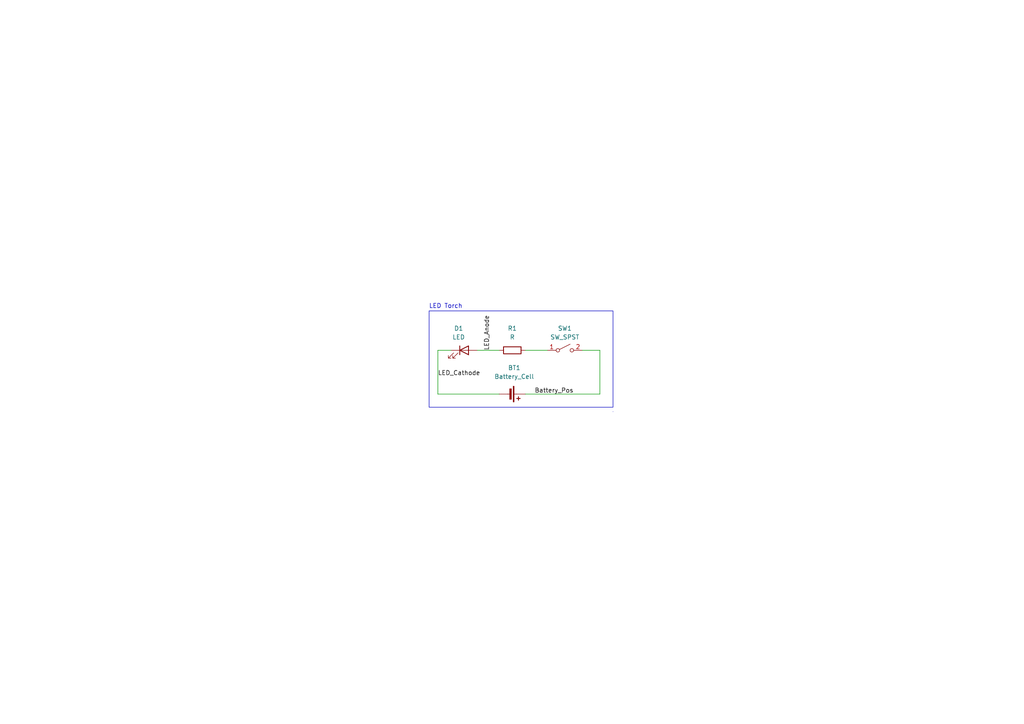
<source format=kicad_sch>
(kicad_sch (version 20250114) (generator "eeschema") (generator_version "9.0")
  (paper "A4")
  (title_block (title "LED Torch Kicad Tutorial") (date "2025-02-17") (rev "0") (comment 1 "Project 0") (comment 2 "Mar"))
  (lib_symbols
    (symbol "Device:Battery_Cell" (pin_numbers (hide yes)) (pin_names (offset 0) (hide yes))
      (property "Reference" "BT" (at 2.54 2.54 0))
      (property "Value" "Battery_Cell" (at 2.54 0 0))
      (symbol "Battery_Cell_0_1"
        (rectangle (start -2.286 1.778) (end 2.286 1.524) (fill (type outline)))
        (rectangle (start -1.524 1.016) (end 1.524 0.508) (fill (type outline)))
        (polyline (pts (xy 0 1.778) (xy 0 2.54)))
        (polyline (pts (xy 0 0.762) (xy 0 0)))
        (polyline (pts (xy 0.762 3.048) (xy 1.778 3.048)) (stroke (width 0.254)))
        (polyline (pts (xy 1.27 3.556) (xy 1.27 2.54)) (stroke (width 0.254)))
      )
      (symbol "Battery_Cell_1_1"
        (pin passive line (at 0 5.08 270) (length 2.54) (name "+") (number "1"))
        (pin passive line (at 0 -2.54 90) (length 2.54) (name "-") (number "2"))
      )
    )
    (symbol "Device:LED" (pin_numbers (hide yes)) (pin_names (offset 1.016) (hide yes))
      (property "Reference" "D" (at 0 2.54 0))
      (property "Value" "LED" (at 0 -2.54 0))
      (symbol "LED_0_1"
        (polyline (pts (xy -3.048 -0.762) (xy -4.572 -2.286) (xy -3.81 -2.286) (xy -4.572 -2.286) (xy -4.572 -1.524)))
        (polyline (pts (xy -1.778 -0.762) (xy -3.302 -2.286) (xy -2.54 -2.286) (xy -3.302 -2.286) (xy -3.302 -1.524)))
        (polyline (pts (xy -1.27 0) (xy 1.27 0)))
        (polyline (pts (xy -1.27 -1.27) (xy -1.27 1.27)) (stroke (width 0.254)))
        (polyline (pts (xy 1.27 -1.27) (xy 1.27 1.27) (xy -1.27 0) (xy 1.27 -1.27)) (stroke (width 0.254)))
      )
      (symbol "LED_1_1"
        (pin passive line (at -3.81 0 0) (length 2.54) (name "K") (number "1"))
        (pin passive line (at 3.81 0 180) (length 2.54) (name "A") (number "2"))
      )
    )
    (symbol "Device:R" (pin_numbers (hide yes)) (pin_names (offset 0))
      (property "Reference" "R" (at 2.032 0 90))
      (property "Value" "R" (at 0 0 90))
      (symbol "R_0_1"
        (rectangle (start -1.016 -2.54) (end 1.016 2.54) (stroke (width 0.254)))
      )
      (symbol "R_1_1"
        (pin passive line (at 0 3.81 270) (length 1.27) (name "~") (number "1"))
        (pin passive line (at 0 -3.81 90) (length 1.27) (name "~") (number "2"))
      )
    )
    (symbol "Switch:SW_SPST" (pin_names (offset 0) (hide yes))
      (property "Reference" "SW" (at 0 3.175 0))
      (property "Value" "SW_SPST" (at 0 -2.54 0))
      (symbol "SW_SPST_0_0"
        (circle (center -2.032 0) (radius 0.508))
        (polyline (pts (xy -1.524 0.254) (xy 1.524 1.778)))
        (circle (center 2.032 0) (radius 0.508))
      )
      (symbol "SW_SPST_1_1"
        (pin passive line (at -5.08 0 0) (length 2.54) (name "A") (number "1"))
        (pin passive line (at 5.08 0 180) (length 2.54) (name "B") (number "2"))
      )
    )
  )
  (rectangle (start 124.46 90.17) (end 177.8 118.11))
  (rectangle (start 177.8 119.38) (end 177.8 119.38))
  (text "LED Torch" (at 129.286 88.9 0) (effects (font (size 1.27 1.27))))
  (wire (pts (xy 168.91 101.6) (xy 173.99 101.6)))
  (wire (pts (xy 173.99 114.3) (xy 173.99 101.6)))
  (wire (pts (xy 152.4 101.6) (xy 158.75 101.6)))
  (wire (pts (xy 127 101.6) (xy 127 114.3)))
  (wire (pts (xy 138.43 101.6) (xy 144.78 101.6)))
  (wire (pts (xy 127 114.3) (xy 144.78 114.3)))
  (wire (pts (xy 152.4 114.3) (xy 173.99 114.3)))
  (wire (pts (xy 130.81 101.6) (xy 127 101.6)))
  (label "LED_Anode" (at 142.24 101.6 90))
  (label "LED_Cathode" (at 127 109.22 0))
  (label "Battery_Pos" (at 166.37 114.3 180))
  (symbol (lib_id "Switch:SW_SPST") (at 163.83 101.6 0) (unit 1)
    (property "Reference" "SW1" (at 163.83 95.25 0))
    (property "Value" "SW_SPST" (at 163.83 97.79 0))
    (property "Footprint" "Button_Switch_THT:SW_B3F-1000" (effects (hide yes)))
    (property "Description" "Single Pole Single Throw (SPST) switch" (effects (hide yes)))
  )
  (symbol (lib_id "Device:Battery_Cell") (at 147.32 114.3 270) (unit 1)
    (property "Reference" "BT1" (at 149.1615 106.68 90))
    (property "Value" "Battery_Cell" (at 149.1615 109.22 90))
    (property "Footprint" "Battery:BatteryHolder_Keystone_1058_1x2032" (effects (hide yes)))
    (property "Description" "Single-cell battery" (effects (hide yes)))
  )
  (symbol (lib_id "Device:R") (at 148.59 101.6 90) (unit 1)
    (property "Reference" "R1" (at 148.59 95.25 90))
    (property "Value" "R" (at 148.59 97.79 90))
    (property "Footprint" "Resistor_THT:R_Axial_DIN0204_L3.6mm_D1.6mm_P7.62mm_Horizontal" (effects (hide yes)))
    (property "Description" "Resistor" (effects (hide yes)))
  )
  (symbol (lib_id "Device:LED") (at 134.62 101.6 0) (unit 1)
    (property "Reference" "D1" (at 133.0325 95.25 0))
    (property "Value" "LED" (at 133.0325 97.79 0))
    (property "Footprint" "LED_THT:LED_D5.0mm" (effects (hide yes)))
    (property "Description" "Light emitting diode" (effects (hide yes)))
    (property "Sim.Pins" "1=K 2=A" (effects (hide yes)))
  )
)
</source>
